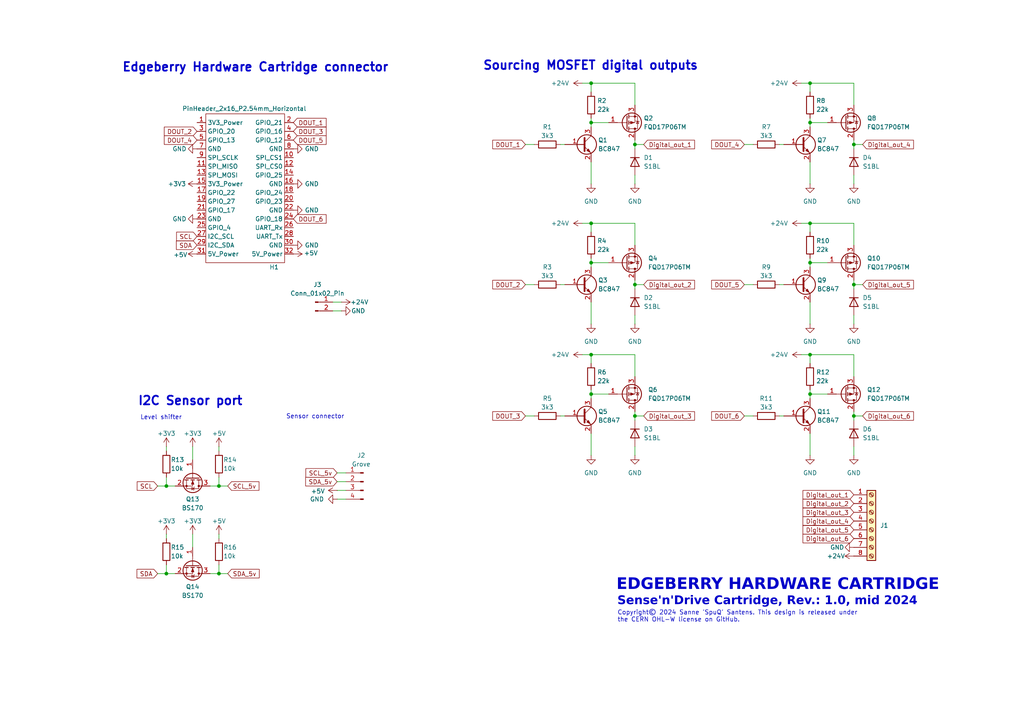
<source format=kicad_sch>
(kicad_sch (version 20231120) (generator "eeschema") (generator_version "8.0")
  (paper "A4")
  (lib_symbols
    (symbol "Connector:Conn_01x02_Pin" (pin_names (offset 1.016) hide)
      (property "Reference" "J" (at 0 2.54 0))
      (property "Value" "Conn_01x02_Pin" (at 0 -5.08 0))
      (symbol "Conn_01x02_Pin_1_1"
        (polyline (pts (xy 1.27 -2.54) (xy 0.8636 -2.54)) (stroke (width 0.1524)))
        (polyline (pts (xy 1.27 0) (xy 0.8636 0)) (stroke (width 0.1524)))
        (rectangle (start 0.8636 -2.413) (end 0 -2.667) (stroke (width 0.1524)) (fill (type outline)))
        (rectangle (start 0.8636 0.127) (end 0 -0.127) (stroke (width 0.1524)) (fill (type outline)))
        (pin passive line (at 5.08 0 180) (length 3.81) (name "Pin_1") (number "1"))
        (pin passive line (at 5.08 -2.54 180) (length 3.81) (name "Pin_2") (number "2"))
      )
    )
    (symbol "Connector:Conn_01x04_Pin" (pin_names (offset 1.016) hide)
      (property "Reference" "J" (at 0 5.08 0))
      (property "Value" "Conn_01x04_Pin" (at 0 -7.62 0))
      (symbol "Conn_01x04_Pin_1_1"
        (polyline (pts (xy 1.27 -5.08) (xy 0.8636 -5.08)) (stroke (width 0.1524)))
        (polyline (pts (xy 1.27 -2.54) (xy 0.8636 -2.54)) (stroke (width 0.1524)))
        (polyline (pts (xy 1.27 0) (xy 0.8636 0)) (stroke (width 0.1524)))
        (polyline (pts (xy 1.27 2.54) (xy 0.8636 2.54)) (stroke (width 0.1524)))
        (rectangle (start 0.8636 -4.953) (end 0 -5.207) (stroke (width 0.1524)) (fill (type outline)))
        (rectangle (start 0.8636 -2.413) (end 0 -2.667) (stroke (width 0.1524)) (fill (type outline)))
        (rectangle (start 0.8636 0.127) (end 0 -0.127) (stroke (width 0.1524)) (fill (type outline)))
        (rectangle (start 0.8636 2.667) (end 0 2.413) (stroke (width 0.1524)) (fill (type outline)))
        (pin passive line (at 5.08 2.54 180) (length 3.81) (name "Pin_1") (number "1"))
        (pin passive line (at 5.08 0 180) (length 3.81) (name "Pin_2") (number "2"))
        (pin passive line (at 5.08 -2.54 180) (length 3.81) (name "Pin_3") (number "3"))
        (pin passive line (at 5.08 -5.08 180) (length 3.81) (name "Pin_4") (number "4"))
      )
    )
    (symbol "Connector:Screw_Terminal_01x08" (pin_names (offset 1.016) hide)
      (property "Reference" "J" (at 0 10.16 0))
      (property "Value" "Screw_Terminal_01x08" (at 0 -12.7 0))
      (symbol "Screw_Terminal_01x08_1_1"
        (rectangle (start -1.27 8.89) (end 1.27 -11.43) (stroke (width 0.254)) (fill (type background)))
        (circle (center 0 -10.16) (radius 0.635) (stroke (width 0.1524)))
        (circle (center 0 -7.62) (radius 0.635) (stroke (width 0.1524)))
        (circle (center 0 -5.08) (radius 0.635) (stroke (width 0.1524)))
        (circle (center 0 -2.54) (radius 0.635) (stroke (width 0.1524)))
        (polyline (pts (xy -0.5334 -9.8298) (xy 0.3302 -10.668)) (stroke (width 0.1524)))
        (polyline (pts (xy -0.5334 -7.2898) (xy 0.3302 -8.128)) (stroke (width 0.1524)))
        (polyline (pts (xy -0.5334 -4.7498) (xy 0.3302 -5.588)) (stroke (width 0.1524)))
        (polyline (pts (xy -0.5334 -2.2098) (xy 0.3302 -3.048)) (stroke (width 0.1524)))
        (polyline (pts (xy -0.5334 0.3302) (xy 0.3302 -0.508)) (stroke (width 0.1524)))
        (polyline (pts (xy -0.5334 2.8702) (xy 0.3302 2.032)) (stroke (width 0.1524)))
        (polyline (pts (xy -0.5334 5.4102) (xy 0.3302 4.572)) (stroke (width 0.1524)))
        (polyline (pts (xy -0.5334 7.9502) (xy 0.3302 7.112)) (stroke (width 0.1524)))
        (polyline (pts (xy -0.3556 -9.652) (xy 0.508 -10.4902)) (stroke (width 0.1524)))
        (polyline (pts (xy -0.3556 -7.112) (xy 0.508 -7.9502)) (stroke (width 0.1524)))
        (polyline (pts (xy -0.3556 -4.572) (xy 0.508 -5.4102)) (stroke (width 0.1524)))
        (polyline (pts (xy -0.3556 -2.032) (xy 0.508 -2.8702)) (stroke (width 0.1524)))
        (polyline (pts (xy -0.3556 0.508) (xy 0.508 -0.3302)) (stroke (width 0.1524)))
        (polyline (pts (xy -0.3556 3.048) (xy 0.508 2.2098)) (stroke (width 0.1524)))
        (polyline (pts (xy -0.3556 5.588) (xy 0.508 4.7498)) (stroke (width 0.1524)))
        (polyline (pts (xy -0.3556 8.128) (xy 0.508 7.2898)) (stroke (width 0.1524)))
        (circle (center 0 0) (radius 0.635) (stroke (width 0.1524)))
        (circle (center 0 2.54) (radius 0.635) (stroke (width 0.1524)))
        (circle (center 0 5.08) (radius 0.635) (stroke (width 0.1524)))
        (circle (center 0 7.62) (radius 0.635) (stroke (width 0.1524)))
        (pin passive line (at -5.08 7.62 0) (length 3.81) (name "Pin_1") (number "1"))
        (pin passive line (at -5.08 5.08 0) (length 3.81) (name "Pin_2") (number "2"))
        (pin passive line (at -5.08 2.54 0) (length 3.81) (name "Pin_3") (number "3"))
        (pin passive line (at -5.08 0 0) (length 3.81) (name "Pin_4") (number "4"))
        (pin passive line (at -5.08 -2.54 0) (length 3.81) (name "Pin_5") (number "5"))
        (pin passive line (at -5.08 -5.08 0) (length 3.81) (name "Pin_6") (number "6"))
        (pin passive line (at -5.08 -7.62 0) (length 3.81) (name "Pin_7") (number "7"))
        (pin passive line (at -5.08 -10.16 0) (length 3.81) (name "Pin_8") (number "8"))
      )
    )
    (symbol "Device:D" (pin_numbers hide) (pin_names (offset 1.016) hide)
      (property "Reference" "D" (at 0 2.54 0))
      (property "Value" "D" (at 0 -2.54 0))
      (symbol "D_0_1"
        (polyline (pts (xy -1.27 1.27) (xy -1.27 -1.27)) (stroke (width 0.254)))
        (polyline (pts (xy 1.27 0) (xy -1.27 0)))
        (polyline (pts (xy 1.27 1.27) (xy 1.27 -1.27) (xy -1.27 0) (xy 1.27 1.27)) (stroke (width 0.254)))
      )
      (symbol "D_1_1"
        (pin passive line (at -3.81 0 0) (length 2.54) (name "K") (number "1"))
        (pin passive line (at 3.81 0 180) (length 2.54) (name "A") (number "2"))
      )
    )
    (symbol "Device:Q_NMOS_GSD" (pin_names (offset 0) hide)
      (property "Reference" "Q" (at 5.08 1.27 0))
      (property "Value" "Q_NMOS_GSD" (at 5.08 -1.27 0))
      (symbol "Q_NMOS_GSD_0_1"
        (polyline (pts (xy 0.254 0) (xy -2.54 0)))
        (polyline (pts (xy 0.254 1.905) (xy 0.254 -1.905)) (stroke (width 0.254)))
        (polyline (pts (xy 0.762 -1.27) (xy 0.762 -2.286)) (stroke (width 0.254)))
        (polyline (pts (xy 0.762 0.508) (xy 0.762 -0.508)) (stroke (width 0.254)))
        (polyline (pts (xy 0.762 2.286) (xy 0.762 1.27)) (stroke (width 0.254)))
        (polyline (pts (xy 2.54 2.54) (xy 2.54 1.778)))
        (polyline (pts (xy 2.54 -2.54) (xy 2.54 0) (xy 0.762 0)))
        (polyline (pts (xy 0.762 -1.778) (xy 3.302 -1.778) (xy 3.302 1.778) (xy 0.762 1.778)))
        (polyline (pts (xy 1.016 0) (xy 2.032 0.381) (xy 2.032 -0.381) (xy 1.016 0)) (fill (type outline)))
        (polyline (pts (xy 2.794 0.508) (xy 2.921 0.381) (xy 3.683 0.381) (xy 3.81 0.254)))
        (polyline (pts (xy 3.302 0.381) (xy 2.921 -0.254) (xy 3.683 -0.254) (xy 3.302 0.381)))
        (circle (center 1.651 0) (radius 2.794) (stroke (width 0.254)))
        (circle (center 2.54 -1.778) (radius 0.254) (fill (type outline)))
        (circle (center 2.54 1.778) (radius 0.254) (fill (type outline)))
      )
      (symbol "Q_NMOS_GSD_1_1"
        (pin input line (at -5.08 0 0) (length 2.54) (name "G") (number "1"))
        (pin passive line (at 2.54 -5.08 90) (length 2.54) (name "S") (number "2"))
        (pin passive line (at 2.54 5.08 270) (length 2.54) (name "D") (number "3"))
      )
    )
    (symbol "Device:Q_PMOS_GDS" (pin_names (offset 0) hide)
      (property "Reference" "Q" (at 5.08 1.27 0))
      (property "Value" "Q_PMOS_GDS" (at 5.08 -1.27 0))
      (symbol "Q_PMOS_GDS_0_1"
        (polyline (pts (xy 0.254 0) (xy -2.54 0)))
        (polyline (pts (xy 0.254 1.905) (xy 0.254 -1.905)) (stroke (width 0.254)))
        (polyline (pts (xy 0.762 -1.27) (xy 0.762 -2.286)) (stroke (width 0.254)))
        (polyline (pts (xy 0.762 0.508) (xy 0.762 -0.508)) (stroke (width 0.254)))
        (polyline (pts (xy 0.762 2.286) (xy 0.762 1.27)) (stroke (width 0.254)))
        (polyline (pts (xy 2.54 2.54) (xy 2.54 1.778)))
        (polyline (pts (xy 2.54 -2.54) (xy 2.54 0) (xy 0.762 0)))
        (polyline (pts (xy 0.762 1.778) (xy 3.302 1.778) (xy 3.302 -1.778) (xy 0.762 -1.778)))
        (polyline (pts (xy 2.286 0) (xy 1.27 0.381) (xy 1.27 -0.381) (xy 2.286 0)) (fill (type outline)))
        (polyline (pts (xy 2.794 -0.508) (xy 2.921 -0.381) (xy 3.683 -0.381) (xy 3.81 -0.254)))
        (polyline (pts (xy 3.302 -0.381) (xy 2.921 0.254) (xy 3.683 0.254) (xy 3.302 -0.381)))
        (circle (center 1.651 0) (radius 2.794) (stroke (width 0.254)))
        (circle (center 2.54 -1.778) (radius 0.254) (fill (type outline)))
        (circle (center 2.54 1.778) (radius 0.254) (fill (type outline)))
      )
      (symbol "Q_PMOS_GDS_1_1"
        (pin input line (at -5.08 0 0) (length 2.54) (name "G") (number "1"))
        (pin passive line (at 2.54 5.08 270) (length 2.54) (name "D") (number "2"))
        (pin passive line (at 2.54 -5.08 90) (length 2.54) (name "S") (number "3"))
      )
    )
    (symbol "Device:R" (pin_numbers hide) (pin_names (offset 0))
      (property "Reference" "R" (at 2.032 0 90))
      (property "Value" "R" (at 0 0 90))
      (symbol "R_0_1"
        (rectangle (start -1.016 -2.54) (end 1.016 2.54) (stroke (width 0.254)))
      )
      (symbol "R_1_1"
        (pin passive line (at 0 3.81 270) (length 1.27) (name "~") (number "1"))
        (pin passive line (at 0 -3.81 90) (length 1.27) (name "~") (number "2"))
      )
    )
    (symbol "Edgeberry:Edgeberry_Cartridge_Connector"
      (property "Reference" "H" (at 8.382 -24.13 0))
      (property "Value" "Edgeberry Cartridge Connector" (at -0.254 21.844 0))
      (symbol "Edgeberry_Cartridge_Connector_0_1"
        (polyline (pts (xy -11.43 20.32) (xy 11.43 20.32) (xy 11.43 -22.86) (xy -11.43 -22.86) (xy -11.43 20.32)))
      )
      (symbol "Edgeberry_Cartridge_Connector_1_1"
        (pin output line (at -13.97 17.78 0) (length 2.54) (name "3V3_Power") (number "1"))
        (pin output line (at 13.97 7.62 180) (length 2.54) (name "SPI_CS1") (number "10"))
        (pin input line (at -13.97 5.08 0) (length 2.54) (name "SPI_MISO") (number "11"))
        (pin output line (at 13.97 5.08 180) (length 2.54) (name "SPI_CS0") (number "12"))
        (pin output line (at -13.97 2.54 0) (length 2.54) (name "SPI_MOSI") (number "13"))
        (pin bidirectional line (at 13.97 2.54 180) (length 2.54) (name "GPIO_25") (number "14"))
        (pin output line (at -13.97 0 0) (length 2.54) (name "3V3_Power") (number "15"))
        (pin bidirectional line (at 13.97 0 180) (length 2.54) (name "GND") (number "16"))
        (pin bidirectional line (at -13.97 -2.54 0) (length 2.54) (name "GPIO_22") (number "17"))
        (pin bidirectional line (at 13.97 -2.54 180) (length 2.54) (name "GPIO_24") (number "18"))
        (pin bidirectional line (at -13.97 -5.08 0) (length 2.54) (name "GPIO_27") (number "19"))
        (pin bidirectional line (at 13.97 17.78 180) (length 2.54) (name "GPIO_21") (number "2"))
        (pin bidirectional line (at 13.97 -5.08 180) (length 2.54) (name "GPIO_23") (number "20"))
        (pin bidirectional line (at -13.97 -7.62 0) (length 2.54) (name "GPIO_17") (number "21"))
        (pin output line (at 13.97 -7.62 180) (length 2.54) (name "GND") (number "22"))
        (pin output line (at -13.97 -10.16 0) (length 2.54) (name "GND") (number "23"))
        (pin bidirectional line (at 13.97 -10.16 180) (length 2.54) (name "GPIO_18") (number "24"))
        (pin bidirectional line (at -13.97 -12.7 0) (length 2.54) (name "GPIO_4") (number "25"))
        (pin input line (at 13.97 -12.7 180) (length 2.54) (name "UART_Rx") (number "26"))
        (pin output line (at -13.97 -15.24 0) (length 2.54) (name "I2C_SCL") (number "27"))
        (pin output line (at 13.97 -15.24 180) (length 2.54) (name "UART_Tx") (number "28"))
        (pin bidirectional line (at -13.97 -17.78 0) (length 2.54) (name "I2C_SDA") (number "29"))
        (pin bidirectional line (at -13.97 15.24 0) (length 2.54) (name "GPIO_20") (number "3"))
        (pin output line (at 13.97 -17.78 180) (length 2.54) (name "GND") (number "30"))
        (pin output line (at -13.97 -20.32 0) (length 2.54) (name "5V_Power") (number "31"))
        (pin output line (at 13.97 -20.32 180) (length 2.54) (name "5V_Power") (number "32"))
        (pin bidirectional line (at 13.97 15.24 180) (length 2.54) (name "GPIO_16") (number "4"))
        (pin bidirectional line (at -13.97 12.7 0) (length 2.54) (name "GPIO_13") (number "5"))
        (pin bidirectional line (at 13.97 12.7 180) (length 2.54) (name "GPIO_12") (number "6"))
        (pin output line (at -13.97 10.16 0) (length 2.54) (name "GND") (number "7"))
        (pin output line (at 13.97 10.16 180) (length 2.54) (name "GND") (number "8"))
        (pin output line (at -13.97 7.62 0) (length 2.54) (name "SPI_SCLK") (number "9"))
      )
    )
    (symbol "Transistor_BJT:BC847" (pin_names (offset 0) hide)
      (property "Reference" "Q" (at 5.08 1.905 0))
      (property "Value" "BC847" (at 5.08 0 0))
      (symbol "BC847_0_1"
        (polyline (pts (xy 0.635 0.635) (xy 2.54 2.54)))
        (polyline (pts (xy 0.635 -0.635) (xy 2.54 -2.54) (xy 2.54 -2.54)))
        (polyline (pts (xy 0.635 1.905) (xy 0.635 -1.905) (xy 0.635 -1.905)) (stroke (width 0.508)))
        (polyline (pts (xy 1.27 -1.778) (xy 1.778 -1.27) (xy 2.286 -2.286) (xy 1.27 -1.778) (xy 1.27 -1.778)) (fill (type outline)))
        (circle (center 1.27 0) (radius 2.8194) (stroke (width 0.254)))
      )
      (symbol "BC847_1_1"
        (pin input line (at -5.08 0 0) (length 5.715) (name "B") (number "1"))
        (pin passive line (at 2.54 -5.08 90) (length 2.54) (name "E") (number "2"))
        (pin passive line (at 2.54 5.08 270) (length 2.54) (name "C") (number "3"))
      )
    )
    (symbol "power:+24V" (power) (pin_numbers hide) (pin_names (offset 0) hide)
      (property "Value" "+24V" (at 0 3.556 0))
      (symbol "+24V_0_1"
        (polyline (pts (xy -0.762 1.27) (xy 0 2.54)))
        (polyline (pts (xy 0 0) (xy 0 2.54)))
        (polyline (pts (xy 0 2.54) (xy 0.762 1.27)))
      )
      (symbol "+24V_1_1"
        (pin power_in line (at 0 0 90) (length 0) (name "~") (number "1"))
      )
    )
    (symbol "power:+3V3" (power) (pin_numbers hide) (pin_names (offset 0) hide)
      (property "Value" "+3V3" (at 0 3.556 0))
      (symbol "+3V3_0_1"
        (polyline (pts (xy -0.762 1.27) (xy 0 2.54)))
        (polyline (pts (xy 0 0) (xy 0 2.54)))
        (polyline (pts (xy 0 2.54) (xy 0.762 1.27)))
      )
      (symbol "+3V3_1_1"
        (pin power_in line (at 0 0 90) (length 0) (name "~") (number "1"))
      )
    )
    (symbol "power:+5V" (power) (pin_numbers hide) (pin_names (offset 0) hide)
      (property "Value" "+5V" (at 0 3.556 0))
      (symbol "+5V_0_1"
        (polyline (pts (xy -0.762 1.27) (xy 0 2.54)))
        (polyline (pts (xy 0 0) (xy 0 2.54)))
        (polyline (pts (xy 0 2.54) (xy 0.762 1.27)))
      )
      (symbol "+5V_1_1"
        (pin power_in line (at 0 0 90) (length 0) (name "~") (number "1"))
      )
    )
    (symbol "power:GND" (power) (pin_numbers hide) (pin_names (offset 0) hide)
      (property "Value" "GND" (at 0 -3.81 0))
      (symbol "GND_0_1"
        (polyline (pts (xy 0 0) (xy 0 -1.27) (xy 1.27 -1.27) (xy 0 -2.54) (xy -1.27 -1.27) (xy 0 -1.27)))
      )
      (symbol "GND_1_1"
        (pin power_in line (at 0 0 270) (length 0) (name "~") (number "1"))
      )
    )
  )
  (junction (at 234.95 64.77))
  (junction (at 171.45 102.87))
  (junction (at 234.95 35.56))
  (junction (at 171.45 35.56))
  (junction (at 184.15 82.55))
  (junction (at 184.15 120.65))
  (junction (at 247.65 120.65))
  (junction (at 171.45 114.3))
  (junction (at 171.45 76.2))
  (junction (at 247.65 82.55))
  (junction (at 171.45 24.13))
  (junction (at 63.5 140.97))
  (junction (at 234.95 76.2))
  (junction (at 184.15 41.91))
  (junction (at 234.95 24.13))
  (junction (at 63.5 166.37))
  (junction (at 171.45 64.77))
  (junction (at 48.26 140.97))
  (junction (at 247.65 41.91))
  (junction (at 234.95 114.3))
  (junction (at 234.95 102.87))
  (junction (at 48.26 166.37))
  (wire (pts (xy 234.95 35.56) (xy 240.03 35.56)))
  (wire (pts (xy 152.4 120.65) (xy 154.94 120.65)))
  (wire (pts (xy 234.95 64.77) (xy 247.65 64.77)))
  (wire (pts (xy 226.06 82.55) (xy 227.33 82.55)))
  (wire (pts (xy 171.45 34.29) (xy 171.45 35.56)))
  (wire (pts (xy 63.5 129.54) (xy 63.5 130.81)))
  (wire (pts (xy 100.33 144.78) (xy 97.79 144.78)))
  (wire (pts (xy 60.96 166.37) (xy 63.5 166.37)))
  (wire (pts (xy 234.95 64.77) (xy 234.95 67.31)))
  (wire (pts (xy 247.65 41.91) (xy 247.65 43.18)))
  (wire (pts (xy 171.45 76.2) (xy 171.45 77.47)))
  (wire (pts (xy 234.95 102.87) (xy 234.95 105.41)))
  (wire (pts (xy 162.56 120.65) (xy 163.83 120.65)))
  (wire (pts (xy 247.65 81.28) (xy 247.65 82.55)))
  (wire (pts (xy 184.15 129.54) (xy 184.15 132.08)))
  (wire (pts (xy 171.45 76.2) (xy 176.53 76.2)))
  (wire (pts (xy 234.95 125.73) (xy 234.95 132.08)))
  (wire (pts (xy 168.91 102.87) (xy 171.45 102.87)))
  (wire (pts (xy 184.15 64.77) (xy 184.15 71.12)))
  (wire (pts (xy 171.45 35.56) (xy 176.53 35.56)))
  (wire (pts (xy 48.26 138.43) (xy 48.26 140.97)))
  (wire (pts (xy 60.96 140.97) (xy 63.5 140.97)))
  (wire (pts (xy 247.65 82.55) (xy 250.19 82.55)))
  (wire (pts (xy 184.15 119.38) (xy 184.15 120.65)))
  (wire (pts (xy 97.79 137.16) (xy 100.33 137.16)))
  (wire (pts (xy 171.45 24.13) (xy 184.15 24.13)))
  (wire (pts (xy 171.45 64.77) (xy 184.15 64.77)))
  (wire (pts (xy 171.45 114.3) (xy 176.53 114.3)))
  (wire (pts (xy 215.9 82.55) (xy 218.44 82.55)))
  (wire (pts (xy 63.5 140.97) (xy 63.5 138.43)))
  (wire (pts (xy 247.65 120.65) (xy 250.19 120.65)))
  (wire (pts (xy 152.4 41.91) (xy 154.94 41.91)))
  (wire (pts (xy 234.95 114.3) (xy 234.95 115.57)))
  (wire (pts (xy 63.5 140.97) (xy 66.04 140.97)))
  (wire (pts (xy 184.15 102.87) (xy 184.15 109.22)))
  (wire (pts (xy 247.65 91.44) (xy 247.65 93.98)))
  (wire (pts (xy 63.5 154.94) (xy 63.5 156.21)))
  (wire (pts (xy 184.15 40.64) (xy 184.15 41.91)))
  (wire (pts (xy 184.15 82.55) (xy 186.69 82.55)))
  (wire (pts (xy 247.65 40.64) (xy 247.65 41.91)))
  (wire (pts (xy 234.95 76.2) (xy 234.95 77.47)))
  (wire (pts (xy 184.15 41.91) (xy 186.69 41.91)))
  (wire (pts (xy 152.4 82.55) (xy 154.94 82.55)))
  (wire (pts (xy 234.95 46.99) (xy 234.95 53.34)))
  (wire (pts (xy 215.9 41.91) (xy 218.44 41.91)))
  (wire (pts (xy 55.88 154.94) (xy 55.88 158.75)))
  (wire (pts (xy 247.65 120.65) (xy 247.65 121.92)))
  (wire (pts (xy 184.15 91.44) (xy 184.15 93.98)))
  (wire (pts (xy 48.26 154.94) (xy 48.26 156.21)))
  (wire (pts (xy 100.33 142.24) (xy 97.79 142.24)))
  (wire (pts (xy 232.41 102.87) (xy 234.95 102.87)))
  (wire (pts (xy 247.65 102.87) (xy 247.65 109.22)))
  (wire (pts (xy 247.65 82.55) (xy 247.65 83.82)))
  (wire (pts (xy 63.5 166.37) (xy 63.5 163.83)))
  (wire (pts (xy 48.26 166.37) (xy 50.8 166.37)))
  (wire (pts (xy 171.45 125.73) (xy 171.45 132.08)))
  (wire (pts (xy 215.9 120.65) (xy 218.44 120.65)))
  (wire (pts (xy 234.95 35.56) (xy 234.95 36.83)))
  (wire (pts (xy 162.56 41.91) (xy 163.83 41.91)))
  (wire (pts (xy 171.45 102.87) (xy 184.15 102.87)))
  (wire (pts (xy 226.06 120.65) (xy 227.33 120.65)))
  (wire (pts (xy 234.95 24.13) (xy 234.95 26.67)))
  (wire (pts (xy 234.95 102.87) (xy 247.65 102.87)))
  (wire (pts (xy 171.45 24.13) (xy 171.45 26.67)))
  (wire (pts (xy 247.65 41.91) (xy 250.19 41.91)))
  (wire (pts (xy 226.06 41.91) (xy 227.33 41.91)))
  (wire (pts (xy 247.65 119.38) (xy 247.65 120.65)))
  (wire (pts (xy 168.91 64.77) (xy 171.45 64.77)))
  (wire (pts (xy 45.72 140.97) (xy 48.26 140.97)))
  (wire (pts (xy 168.91 24.13) (xy 171.45 24.13)))
  (wire (pts (xy 234.95 76.2) (xy 240.03 76.2)))
  (wire (pts (xy 234.95 87.63) (xy 234.95 93.98)))
  (wire (pts (xy 247.65 50.8) (xy 247.65 53.34)))
  (wire (pts (xy 45.72 166.37) (xy 48.26 166.37)))
  (wire (pts (xy 184.15 81.28) (xy 184.15 82.55)))
  (wire (pts (xy 171.45 74.93) (xy 171.45 76.2)))
  (wire (pts (xy 184.15 120.65) (xy 184.15 121.92)))
  (wire (pts (xy 171.45 87.63) (xy 171.45 93.98)))
  (wire (pts (xy 184.15 50.8) (xy 184.15 53.34)))
  (wire (pts (xy 48.26 163.83) (xy 48.26 166.37)))
  (wire (pts (xy 232.41 64.77) (xy 234.95 64.77)))
  (wire (pts (xy 234.95 34.29) (xy 234.95 35.56)))
  (wire (pts (xy 96.52 90.17) (xy 99.06 90.17)))
  (wire (pts (xy 171.45 113.03) (xy 171.45 114.3)))
  (wire (pts (xy 55.88 129.54) (xy 55.88 133.35)))
  (wire (pts (xy 171.45 102.87) (xy 171.45 105.41)))
  (wire (pts (xy 184.15 41.91) (xy 184.15 43.18)))
  (wire (pts (xy 234.95 114.3) (xy 240.03 114.3)))
  (wire (pts (xy 232.41 24.13) (xy 234.95 24.13)))
  (wire (pts (xy 234.95 24.13) (xy 247.65 24.13)))
  (wire (pts (xy 162.56 82.55) (xy 163.83 82.55)))
  (wire (pts (xy 234.95 113.03) (xy 234.95 114.3)))
  (wire (pts (xy 63.5 166.37) (xy 66.04 166.37)))
  (wire (pts (xy 96.52 87.63) (xy 99.06 87.63)))
  (wire (pts (xy 48.26 140.97) (xy 50.8 140.97)))
  (wire (pts (xy 171.45 64.77) (xy 171.45 67.31)))
  (wire (pts (xy 100.33 139.7) (xy 97.79 139.7)))
  (wire (pts (xy 247.65 64.77) (xy 247.65 71.12)))
  (wire (pts (xy 184.15 120.65) (xy 186.69 120.65)))
  (wire (pts (xy 247.65 24.13) (xy 247.65 30.48)))
  (wire (pts (xy 234.95 74.93) (xy 234.95 76.2)))
  (wire (pts (xy 171.45 35.56) (xy 171.45 36.83)))
  (wire (pts (xy 171.45 114.3) (xy 171.45 115.57)))
  (wire (pts (xy 48.26 129.54) (xy 48.26 130.81)))
  (wire (pts (xy 184.15 24.13) (xy 184.15 30.48)))
  (wire (pts (xy 171.45 46.99) (xy 171.45 53.34)))
  (wire (pts (xy 184.15 82.55) (xy 184.15 83.82)))
  (wire (pts (xy 247.65 129.54) (xy 247.65 132.08)))
  (text "Copyright© 2024 Sanne 'SpuQ' Santens. This design is released under\nthe CERN OHL-W license on GitHub." (at 179.07 178.816 0) (effects (font (size 1.27 1.27)) (justify left)))
  (text "I2C Sensor port" (at 39.878 117.856 0) (effects (font (size 2.5 2.5) (thickness 0.5) (bold yes)) (justify left bottom)))
  (text "EDGEBERRY HARDWARE CARTRIDGE" (at 178.816 172.466 0) (effects (font (size 3.302 3.302) (thickness 0.4) (bold yes)) (justify left bottom)))
  (text "Sense'n'Drive Cartridge, Rev.: 1.0, mid 2024\n" (at 179.07 176.53 0) (effects (font (size 2.4892 2.4892)) (justify left bottom)))
  (text "Sourcing MOSFET digital outputs" (at 139.954 20.574 0) (effects (font (size 2.5 2.5) (thickness 0.5) (bold yes)) (justify left bottom)))
  (text "Sensor connector" (at 91.44 120.904 0) (effects (font (size 1.27 1.27))))
  (text "Level shifter" (at 46.736 121.158 0) (effects (font (size 1.27 1.27))))
  (text "Edgeberry Hardware Cartridge connector" (at 35.306 21.082 0) (effects (font (size 2.5 2.5) (thickness 0.5) (bold yes)) (justify left bottom)))
  (global_label "Digital_out_3" (shape input) (at 247.65 148.59 180) (property "Intersheetrefs" "${INTERSHEET_REFS}" (effects (hide yes))))
  (global_label "SDA_5v" (shape input) (at 97.79 139.7 180) (property "Intersheetrefs" "${INTERSHEET_REFS}" (effects (hide yes))))
  (global_label "DOUT_3" (shape input) (at 152.4 120.65 180) (property "Intersheetrefs" "${INTERSHEET_REFS}" (effects (hide yes))))
  (global_label "DOUT_3" (shape input) (at 85.09 38.1 0) (property "Intersheetrefs" "${INTERSHEET_REFS}" (effects (hide yes))))
  (global_label "DOUT_2" (shape input) (at 152.4 82.55 180) (property "Intersheetrefs" "${INTERSHEET_REFS}" (effects (hide yes))))
  (global_label "SCL" (shape input) (at 57.15 68.58 180) (property "Intersheetrefs" "${INTERSHEET_REFS}" (effects (hide yes))))
  (global_label "DOUT_6" (shape input) (at 85.09 63.5 0) (property "Intersheetrefs" "${INTERSHEET_REFS}" (effects (hide yes))))
  (global_label "Digital_out_2" (shape input) (at 186.69 82.55 0) (property "Intersheetrefs" "${INTERSHEET_REFS}" (effects (hide yes))))
  (global_label "SCL_5v" (shape input) (at 66.04 140.97 0) (property "Intersheetrefs" "${INTERSHEET_REFS}" (effects (hide yes))))
  (global_label "DOUT_1" (shape input) (at 85.09 35.56 0) (property "Intersheetrefs" "${INTERSHEET_REFS}" (effects (hide yes))))
  (global_label "SCL" (shape input) (at 45.72 140.97 180) (property "Intersheetrefs" "${INTERSHEET_REFS}" (effects (hide yes))))
  (global_label "Digital_out_4" (shape input) (at 250.19 41.91 0) (property "Intersheetrefs" "${INTERSHEET_REFS}" (effects (hide yes))))
  (global_label "Digital_out_6" (shape input) (at 247.65 156.21 180) (property "Intersheetrefs" "${INTERSHEET_REFS}" (effects (hide yes))))
  (global_label "DOUT_4" (shape input) (at 57.15 40.64 180) (property "Intersheetrefs" "${INTERSHEET_REFS}" (effects (hide yes))))
  (global_label "Digital_out_1" (shape input) (at 247.65 143.51 180) (property "Intersheetrefs" "${INTERSHEET_REFS}" (effects (hide yes))))
  (global_label "Digital_out_5" (shape input) (at 247.65 153.67 180) (property "Intersheetrefs" "${INTERSHEET_REFS}" (effects (hide yes))))
  (global_label "Digital_out_5" (shape input) (at 250.19 82.55 0) (property "Intersheetrefs" "${INTERSHEET_REFS}" (effects (hide yes))))
  (global_label "DOUT_5" (shape input) (at 215.9 82.55 180) (property "Intersheetrefs" "${INTERSHEET_REFS}" (effects (hide yes))))
  (global_label "Digital_out_6" (shape input) (at 250.19 120.65 0) (property "Intersheetrefs" "${INTERSHEET_REFS}" (effects (hide yes))))
  (global_label "DOUT_1" (shape input) (at 152.4 41.91 180) (property "Intersheetrefs" "${INTERSHEET_REFS}" (effects (hide yes))))
  (global_label "DOUT_4" (shape input) (at 215.9 41.91 180) (property "Intersheetrefs" "${INTERSHEET_REFS}" (effects (hide yes))))
  (global_label "SDA" (shape input) (at 57.15 71.12 180) (property "Intersheetrefs" "${INTERSHEET_REFS}" (effects (hide yes))))
  (global_label "Digital_out_2" (shape input) (at 247.65 146.05 180) (property "Intersheetrefs" "${INTERSHEET_REFS}" (effects (hide yes))))
  (global_label "SDA" (shape input) (at 45.72 166.37 180) (property "Intersheetrefs" "${INTERSHEET_REFS}" (effects (hide yes))))
  (global_label "SDA_5v" (shape input) (at 66.04 166.37 0) (property "Intersheetrefs" "${INTERSHEET_REFS}" (effects (hide yes))))
  (global_label "Digital_out_3" (shape input) (at 186.69 120.65 0) (property "Intersheetrefs" "${INTERSHEET_REFS}" (effects (hide yes))))
  (global_label "Digital_out_1" (shape input) (at 186.69 41.91 0) (property "Intersheetrefs" "${INTERSHEET_REFS}" (effects (hide yes))))
  (global_label "Digital_out_4" (shape input) (at 247.65 151.13 180) (property "Intersheetrefs" "${INTERSHEET_REFS}" (effects (hide yes))))
  (global_label "DOUT_2" (shape input) (at 57.15 38.1 180) (property "Intersheetrefs" "${INTERSHEET_REFS}" (effects (hide yes))))
  (global_label "SCL_5v" (shape input) (at 97.79 137.16 180) (property "Intersheetrefs" "${INTERSHEET_REFS}" (effects (hide yes))))
  (global_label "DOUT_5" (shape input) (at 85.09 40.64 0) (property "Intersheetrefs" "${INTERSHEET_REFS}" (effects (hide yes))))
  (global_label "DOUT_6" (shape input) (at 215.9 120.65 180) (property "Intersheetrefs" "${INTERSHEET_REFS}" (effects (hide yes))))
  (symbol (lib_id "Device:R") (at 171.45 71.12 0) (unit 1)
    (property "Reference" "R4" (at 173.228 69.85 0) (effects (justify left)))
    (property "Value" "22k" (at 173.228 72.39 0) (effects (justify left)))
    (property "Footprint" "Resistor_SMD:R_0805_2012Metric" (effects (hide yes)))
    (property "Description" "Resistor" (effects (hide yes)))
  )
  (symbol (lib_id "Device:R") (at 158.75 82.55 90) (unit 1)
    (property "Reference" "R3" (at 158.75 77.47 90))
    (property "Value" "3k3" (at 158.75 80.01 90))
    (property "Footprint" "Resistor_SMD:R_0805_2012Metric" (effects (hide yes)))
    (property "Description" "Resistor" (effects (hide yes)))
  )
  (symbol (lib_id "power:GND") (at 247.65 132.08 0) (unit 1)
    (property "Reference" "#PWR018" (effects (hide yes)))
    (property "Value" "GND" (at 247.65 137.16 0))
    (property "Description" "Power symbol creates a global label with name \"GND\" , ground" (effects (hide yes)))
  )
  (symbol (lib_id "power:+5V") (at 63.5 129.54 0) (unit 1)
    (property "Reference" "#PWR025" (effects (hide yes)))
    (property "Value" "+5V" (at 63.5 125.73 0))
    (property "Description" "Power symbol creates a global label with name \"+5V\"" (effects (hide yes)))
  )
  (symbol (lib_id "power:+5V") (at 63.5 154.94 0) (unit 1)
    (property "Reference" "#PWR026" (effects (hide yes)))
    (property "Value" "+5V" (at 63.5 151.13 0))
    (property "Description" "Power symbol creates a global label with name \"+5V\"" (effects (hide yes)))
  )
  (symbol (lib_id "Device:D") (at 184.15 125.73 270) (unit 1)
    (property "Reference" "D3" (at 186.69 124.4599 90) (effects (justify left)))
    (property "Value" "S1BL" (at 186.69 126.9999 90) (effects (justify left)))
    (property "Footprint" "emcosys:S1BL_diode" (effects (hide yes)))
    (property "Description" "Diode" (effects (hide yes)))
    (property "Sim.Device" "D" (effects (hide yes)))
    (property "Sim.Pins" "1=K 2=A" (effects (hide yes)))
  )
  (symbol (lib_id "power:GND") (at 85.09 53.34 90) (mirror x) (unit 1)
    (property "Reference" "#PWR036" (effects (hide yes)))
    (property "Value" "GND" (at 88.392 53.34 90) (effects (justify right)))
    (property "Description" "Power symbol creates a global label with name \"GND\" , ground" (effects (hide yes)))
  )
  (symbol (lib_id "power:+24V") (at 232.41 102.87 90) (unit 1)
    (property "Reference" "#PWR012" (effects (hide yes)))
    (property "Value" "+24V" (at 228.6 102.8699 90) (effects (justify left)))
    (property "Description" "Power symbol creates a global label with name \"+24V\"" (effects (hide yes)))
  )
  (symbol (lib_id "Transistor_BJT:BC847") (at 168.91 120.65 0) (unit 1)
    (property "Reference" "Q5" (at 173.482 119.38 0) (effects (justify left)))
    (property "Value" "BC847" (at 173.482 121.92 0) (effects (justify left)))
    (property "Footprint" "Package_TO_SOT_SMD:SOT-23" (effects (hide yes)))
    (property "Datasheet" "http://www.infineon.com/dgdl/Infineon-BC847SERIES_BC848SERIES_BC849SERIES_BC850SERIES-DS-v01_01-en.pdf?fileId=db3a304314dca389011541d4630a1657" (effects (hide yes)))
    (property "Description" "0.1A Ic, 45V Vce, NPN Transistor, SOT-23" (effects (hide yes)))
  )
  (symbol (lib_id "Device:R") (at 63.5 134.62 0) (unit 1)
    (property "Reference" "R14" (at 64.77 133.35 0) (effects (justify left)))
    (property "Value" "10k" (at 64.77 135.89 0) (effects (justify left)))
    (property "Footprint" "Resistor_SMD:R_0805_2012Metric" (effects (hide yes)))
    (property "Description" "Resistor" (effects (hide yes)))
  )
  (symbol (lib_id "Device:R") (at 171.45 109.22 0) (unit 1)
    (property "Reference" "R6" (at 173.228 107.95 0) (effects (justify left)))
    (property "Value" "22k" (at 173.228 110.49 0) (effects (justify left)))
    (property "Footprint" "Resistor_SMD:R_0805_2012Metric" (effects (hide yes)))
    (property "Description" "Resistor" (effects (hide yes)))
  )
  (symbol (lib_id "Device:Q_PMOS_GDS") (at 245.11 35.56 0) (mirror x) (unit 1)
    (property "Reference" "Q8" (at 251.46 34.29 0) (effects (justify left)))
    (property "Value" "FQD17P06TM" (at 251.46 36.83 0) (effects (justify left)))
    (property "Footprint" "Package_TO_SOT_SMD:TO-252-2" (effects (hide yes)))
    (property "Description" "P-MOSFET transistor, gate/drain/source" (effects (hide yes)))
  )
  (symbol (lib_id "power:+3V3") (at 57.15 53.34 90) (unit 1)
    (property "Reference" "#PWR039" (effects (hide yes)))
    (property "Value" "+3V3" (at 51.308 53.34 90))
    (property "Description" "Power symbol creates a global label with name \"+3V3\"" (effects (hide yes)))
  )
  (symbol (lib_id "power:+24V") (at 232.41 64.77 90) (unit 1)
    (property "Reference" "#PWR011" (effects (hide yes)))
    (property "Value" "+24V" (at 228.6 64.7699 90) (effects (justify left)))
    (property "Description" "Power symbol creates a global label with name \"+24V\"" (effects (hide yes)))
  )
  (symbol (lib_id "Connector:Screw_Terminal_01x08") (at 252.73 151.13 0) (unit 1)
    (property "Reference" "J1" (at 255.27 152.3999 0) (effects (justify left)))
    (property "Value" "Screw_Terminal_01x08" (effects (hide yes)))
    (property "Footprint" "Connector_Phoenix_MSTB:PhoenixContact_MSTBA_2,5_8-G-5,08_1x08_P5.08mm_Horizontal" (effects (hide yes)))
    (property "Description" "Generic screw terminal, single row, 01x08, script generated (kicad-library-utils/schlib/autogen/connector/)" (effects (hide yes)))
  )
  (symbol (lib_id "Edgeberry:Edgeberry_Cartridge_Connector") (at 71.12 53.34 0) (unit 1)
    (property "Reference" "H1" (at 79.502 77.47 0))
    (property "Value" "PinHeader_2x16_P2.54mm_Horizontal" (at 70.866 31.496 0))
    (property "Footprint" "Connector_PinHeader_2.54mm:PinHeader_2x16_P2.54mm_Horizontal" (effects (hide yes)))
  )
  (symbol (lib_id "power:+5V") (at 57.15 73.66 90) (unit 1)
    (property "Reference" "#PWR031" (effects (hide yes)))
    (property "Value" "+5V" (at 52.324 73.914 90))
    (property "Description" "Power symbol creates a global label with name \"+5V\"" (effects (hide yes)))
  )
  (symbol (lib_id "power:GND") (at 99.06 90.17 90) (unit 1)
    (property "Reference" "#PWR024" (effects (hide yes)))
    (property "Value" "GND" (at 101.854 90.17 90) (effects (justify right)))
    (property "Description" "Power symbol creates a global label with name \"GND\" , ground" (effects (hide yes)))
  )
  (symbol (lib_id "power:+24V") (at 168.91 64.77 90) (unit 1)
    (property "Reference" "#PWR04" (effects (hide yes)))
    (property "Value" "+24V" (at 165.1 64.7699 90) (effects (justify left)))
    (property "Description" "Power symbol creates a global label with name \"+24V\"" (effects (hide yes)))
  )
  (symbol (lib_id "Device:D") (at 247.65 87.63 270) (unit 1)
    (property "Reference" "D5" (at 250.19 86.3599 90) (effects (justify left)))
    (property "Value" "S1BL" (at 250.19 88.8999 90) (effects (justify left)))
    (property "Footprint" "emcosys:S1BL_diode" (effects (hide yes)))
    (property "Description" "Diode" (effects (hide yes)))
    (property "Sim.Device" "D" (effects (hide yes)))
    (property "Sim.Pins" "1=K 2=A" (effects (hide yes)))
  )
  (symbol (lib_id "power:+3V3") (at 55.88 129.54 0) (unit 1)
    (property "Reference" "#PWR030" (effects (hide yes)))
    (property "Value" "+3V3" (at 55.88 125.73 0))
    (property "Description" "Power symbol creates a global label with name \"+3V3\"" (effects (hide yes)))
  )
  (symbol (lib_id "Device:D") (at 184.15 87.63 270) (unit 1)
    (property "Reference" "D2" (at 186.69 86.3599 90) (effects (justify left)))
    (property "Value" "S1BL" (at 186.69 88.8999 90) (effects (justify left)))
    (property "Footprint" "emcosys:S1BL_diode" (effects (hide yes)))
    (property "Description" "Diode" (effects (hide yes)))
    (property "Sim.Device" "D" (effects (hide yes)))
    (property "Sim.Pins" "1=K 2=A" (effects (hide yes)))
  )
  (symbol (lib_id "power:GND") (at 247.65 158.75 270) (unit 1)
    (property "Reference" "#PWR019" (effects (hide yes)))
    (property "Value" "GND" (at 244.856 158.75 90) (effects (justify right)))
    (property "Description" "Power symbol creates a global label with name \"GND\" , ground" (effects (hide yes)))
  )
  (symbol (lib_id "power:GND") (at 85.09 60.96 90) (mirror x) (unit 1)
    (property "Reference" "#PWR037" (effects (hide yes)))
    (property "Value" "GND" (at 88.392 60.96 90) (effects (justify right)))
    (property "Description" "Power symbol creates a global label with name \"GND\" , ground" (effects (hide yes)))
  )
  (symbol (lib_id "power:GND") (at 247.65 93.98 0) (unit 1)
    (property "Reference" "#PWR017" (effects (hide yes)))
    (property "Value" "GND" (at 247.65 99.06 0))
    (property "Description" "Power symbol creates a global label with name \"GND\" , ground" (effects (hide yes)))
  )
  (symbol (lib_id "Transistor_BJT:BC847") (at 232.41 82.55 0) (unit 1)
    (property "Reference" "Q9" (at 236.982 81.28 0) (effects (justify left)))
    (property "Value" "BC847" (at 236.982 83.82 0) (effects (justify left)))
    (property "Footprint" "Package_TO_SOT_SMD:SOT-23" (effects (hide yes)))
    (property "Datasheet" "http://www.infineon.com/dgdl/Infineon-BC847SERIES_BC848SERIES_BC849SERIES_BC850SERIES-DS-v01_01-en.pdf?fileId=db3a304314dca389011541d4630a1657" (effects (hide yes)))
    (property "Description" "0.1A Ic, 45V Vce, NPN Transistor, SOT-23" (effects (hide yes)))
  )
  (symbol (lib_id "Connector:Conn_01x02_Pin") (at 91.44 87.63 0) (unit 1)
    (property "Reference" "J3" (at 92.075 82.55 0))
    (property "Value" "Conn_01x02_Pin" (at 92.075 85.09 0))
    (property "Footprint" "Connector_Molex:Molex_KK-254_AE-6410-02A_1x02_P2.54mm_Vertical" (effects (hide yes)))
    (property "Description" "Generic connector, single row, 01x02, script generated" (effects (hide yes)))
  )
  (symbol (lib_id "power:GND") (at 247.65 53.34 0) (unit 1)
    (property "Reference" "#PWR016" (effects (hide yes)))
    (property "Value" "GND" (at 247.65 58.42 0))
    (property "Description" "Power symbol creates a global label with name \"GND\" , ground" (effects (hide yes)))
  )
  (symbol (lib_id "Device:R") (at 222.25 82.55 90) (unit 1)
    (property "Reference" "R9" (at 222.25 77.47 90))
    (property "Value" "3k3" (at 222.25 80.01 90))
    (property "Footprint" "Resistor_SMD:R_0805_2012Metric" (effects (hide yes)))
    (property "Description" "Resistor" (effects (hide yes)))
  )
  (symbol (lib_id "power:GND") (at 171.45 53.34 0) (unit 1)
    (property "Reference" "#PWR02" (effects (hide yes)))
    (property "Value" "GND" (at 171.45 58.42 0))
    (property "Description" "Power symbol creates a global label with name \"GND\" , ground" (effects (hide yes)))
  )
  (symbol (lib_id "Device:Q_PMOS_GDS") (at 245.11 76.2 0) (mirror x) (unit 1)
    (property "Reference" "Q10" (at 251.46 74.93 0) (effects (justify left)))
    (property "Value" "FQD17P06TM" (at 251.46 77.47 0) (effects (justify left)))
    (property "Footprint" "Package_TO_SOT_SMD:TO-252-2" (effects (hide yes)))
    (property "Description" "P-MOSFET transistor, gate/drain/source" (effects (hide yes)))
  )
  (symbol (lib_id "power:GND") (at 184.15 53.34 0) (unit 1)
    (property "Reference" "#PWR01" (effects (hide yes)))
    (property "Value" "GND" (at 184.15 58.42 0))
    (property "Description" "Power symbol creates a global label with name \"GND\" , ground" (effects (hide yes)))
  )
  (symbol (lib_id "Device:D") (at 184.15 46.99 270) (unit 1)
    (property "Reference" "D1" (at 186.69 45.7199 90) (effects (justify left)))
    (property "Value" "S1BL" (at 186.69 48.2599 90) (effects (justify left)))
    (property "Footprint" "emcosys:S1BL_diode" (effects (hide yes)))
    (property "Description" "Diode" (effects (hide yes)))
    (property "Sim.Device" "D" (effects (hide yes)))
    (property "Sim.Pins" "1=K 2=A" (effects (hide yes)))
  )
  (symbol (lib_id "Transistor_BJT:BC847") (at 232.41 41.91 0) (unit 1)
    (property "Reference" "Q7" (at 236.982 40.64 0) (effects (justify left)))
    (property "Value" "BC847" (at 236.982 43.18 0) (effects (justify left)))
    (property "Footprint" "Package_TO_SOT_SMD:SOT-23" (effects (hide yes)))
    (property "Datasheet" "http://www.infineon.com/dgdl/Infineon-BC847SERIES_BC848SERIES_BC849SERIES_BC850SERIES-DS-v01_01-en.pdf?fileId=db3a304314dca389011541d4630a1657" (effects (hide yes)))
    (property "Description" "0.1A Ic, 45V Vce, NPN Transistor, SOT-23" (effects (hide yes)))
  )
  (symbol (lib_id "power:GND") (at 234.95 93.98 0) (unit 1)
    (property "Reference" "#PWR014" (effects (hide yes)))
    (property "Value" "GND" (at 234.95 99.06 0))
    (property "Description" "Power symbol creates a global label with name \"GND\" , ground" (effects (hide yes)))
  )
  (symbol (lib_id "Device:R") (at 234.95 30.48 0) (unit 1)
    (property "Reference" "R8" (at 236.728 29.21 0) (effects (justify left)))
    (property "Value" "22k" (at 236.728 31.75 0) (effects (justify left)))
    (property "Footprint" "Resistor_SMD:R_0805_2012Metric" (effects (hide yes)))
    (property "Description" "Resistor" (effects (hide yes)))
  )
  (symbol (lib_id "power:GND") (at 57.15 63.5 270) (mirror x) (unit 1)
    (property "Reference" "#PWR034" (effects (hide yes)))
    (property "Value" "GND" (at 54.102 63.5 90) (effects (justify right)))
    (property "Description" "Power symbol creates a global label with name \"GND\" , ground" (effects (hide yes)))
  )
  (symbol (lib_id "Device:R") (at 222.25 41.91 90) (unit 1)
    (property "Reference" "R7" (at 222.25 36.83 90))
    (property "Value" "3k3" (at 222.25 39.37 90))
    (property "Footprint" "Resistor_SMD:R_0805_2012Metric" (effects (hide yes)))
    (property "Description" "Resistor" (effects (hide yes)))
  )
  (symbol (lib_id "power:+5V") (at 97.79 142.24 90) (unit 1)
    (property "Reference" "#PWR021" (effects (hide yes)))
    (property "Value" "+5V" (at 92.202 142.494 90))
    (property "Description" "Power symbol creates a global label with name \"+5V\"" (effects (hide yes)))
  )
  (symbol (lib_id "power:GND") (at 85.09 71.12 90) (mirror x) (unit 1)
    (property "Reference" "#PWR038" (effects (hide yes)))
    (property "Value" "GND" (at 88.392 71.12 90) (effects (justify right)))
    (property "Description" "Power symbol creates a global label with name \"GND\" , ground" (effects (hide yes)))
  )
  (symbol (lib_id "power:GND") (at 184.15 93.98 0) (unit 1)
    (property "Reference" "#PWR06" (effects (hide yes)))
    (property "Value" "GND" (at 184.15 99.06 0))
    (property "Description" "Power symbol creates a global label with name \"GND\" , ground" (effects (hide yes)))
  )
  (symbol (lib_id "Transistor_BJT:BC847") (at 168.91 82.55 0) (unit 1)
    (property "Reference" "Q3" (at 173.482 81.28 0) (effects (justify left)))
    (property "Value" "BC847" (at 173.482 83.82 0) (effects (justify left)))
    (property "Footprint" "Package_TO_SOT_SMD:SOT-23" (effects (hide yes)))
    (property "Datasheet" "http://www.infineon.com/dgdl/Infineon-BC847SERIES_BC848SERIES_BC849SERIES_BC850SERIES-DS-v01_01-en.pdf?fileId=db3a304314dca389011541d4630a1657" (effects (hide yes)))
    (property "Description" "0.1A Ic, 45V Vce, NPN Transistor, SOT-23" (effects (hide yes)))
  )
  (symbol (lib_id "Device:Q_PMOS_GDS") (at 245.11 114.3 0) (mirror x) (unit 1)
    (property "Reference" "Q12" (at 251.46 113.03 0) (effects (justify left)))
    (property "Value" "FQD17P06TM" (at 251.46 115.57 0) (effects (justify left)))
    (property "Footprint" "Package_TO_SOT_SMD:TO-252-2" (effects (hide yes)))
    (property "Description" "P-MOSFET transistor, gate/drain/source" (effects (hide yes)))
  )
  (symbol (lib_id "power:+3V3") (at 48.26 129.54 0) (unit 1)
    (property "Reference" "#PWR027" (effects (hide yes)))
    (property "Value" "+3V3" (at 48.26 125.73 0))
    (property "Description" "Power symbol creates a global label with name \"+3V3\"" (effects (hide yes)))
  )
  (symbol (lib_id "power:+3V3") (at 48.26 154.94 0) (unit 1)
    (property "Reference" "#PWR028" (effects (hide yes)))
    (property "Value" "+3V3" (at 48.26 151.13 0))
    (property "Description" "Power symbol creates a global label with name \"+3V3\"" (effects (hide yes)))
  )
  (symbol (lib_id "power:+24V") (at 168.91 102.87 90) (unit 1)
    (property "Reference" "#PWR07" (effects (hide yes)))
    (property "Value" "+24V" (at 165.1 102.8699 90) (effects (justify left)))
    (property "Description" "Power symbol creates a global label with name \"+24V\"" (effects (hide yes)))
  )
  (symbol (lib_id "Device:R") (at 158.75 120.65 90) (unit 1)
    (property "Reference" "R5" (at 158.75 115.57 90))
    (property "Value" "3k3" (at 158.75 118.11 90))
    (property "Footprint" "Resistor_SMD:R_0805_2012Metric" (effects (hide yes)))
    (property "Description" "Resistor" (effects (hide yes)))
  )
  (symbol (lib_id "Device:Q_NMOS_GSD") (at 55.88 138.43 270) (unit 1)
    (property "Reference" "Q13" (at 55.88 144.78 90))
    (property "Value" "BS170" (at 55.88 147.32 90))
    (property "Footprint" "Package_TO_SOT_SMD:SOT-23" (effects (hide yes)))
    (property "Description" "N-MOSFET transistor, gate/source/drain" (effects (hide yes)))
  )
  (symbol (lib_id "power:GND") (at 97.79 144.78 270) (mirror x) (unit 1)
    (property "Reference" "#PWR022" (effects (hide yes)))
    (property "Value" "GND" (at 93.98 144.7799 90) (effects (justify right)))
    (property "Description" "Power symbol creates a global label with name \"GND\" , ground" (effects (hide yes)))
  )
  (symbol (lib_id "Device:D") (at 247.65 125.73 270) (unit 1)
    (property "Reference" "D6" (at 250.19 124.4599 90) (effects (justify left)))
    (property "Value" "S1BL" (at 250.19 126.9999 90) (effects (justify left)))
    (property "Footprint" "emcosys:S1BL_diode" (effects (hide yes)))
    (property "Description" "Diode" (effects (hide yes)))
    (property "Sim.Device" "D" (effects (hide yes)))
    (property "Sim.Pins" "1=K 2=A" (effects (hide yes)))
  )
  (symbol (lib_id "power:+5V") (at 85.09 73.66 270) (unit 1)
    (property "Reference" "#PWR032" (effects (hide yes)))
    (property "Value" "+5V" (at 90.17 73.406 90))
    (property "Description" "Power symbol creates a global label with name \"+5V\"" (effects (hide yes)))
  )
  (symbol (lib_id "power:GND") (at 234.95 53.34 0) (unit 1)
    (property "Reference" "#PWR013" (effects (hide yes)))
    (property "Value" "GND" (at 234.95 58.42 0))
    (property "Description" "Power symbol creates a global label with name \"GND\" , ground" (effects (hide yes)))
  )
  (symbol (lib_id "Device:R") (at 63.5 160.02 0) (unit 1)
    (property "Reference" "R16" (at 64.77 158.75 0) (effects (justify left)))
    (property "Value" "10k" (at 64.77 161.29 0) (effects (justify left)))
    (property "Footprint" "Resistor_SMD:R_0805_2012Metric" (effects (hide yes)))
    (property "Description" "Resistor" (effects (hide yes)))
  )
  (symbol (lib_id "power:+24V") (at 232.41 24.13 90) (unit 1)
    (property "Reference" "#PWR010" (effects (hide yes)))
    (property "Value" "+24V" (at 228.6 24.1299 90) (effects (justify left)))
    (property "Description" "Power symbol creates a global label with name \"+24V\"" (effects (hide yes)))
  )
  (symbol (lib_id "power:+24V") (at 99.06 87.63 270) (unit 1)
    (property "Reference" "#PWR023" (effects (hide yes)))
    (property "Value" "+24V" (at 101.6 87.63 90) (effects (justify left)))
    (property "Description" "Power symbol creates a global label with name \"+24V\"" (effects (hide yes)))
  )
  (symbol (lib_id "Device:R") (at 171.45 30.48 0) (unit 1)
    (property "Reference" "R2" (at 173.228 29.21 0) (effects (justify left)))
    (property "Value" "22k" (at 173.228 31.75 0) (effects (justify left)))
    (property "Footprint" "Resistor_SMD:R_0805_2012Metric" (effects (hide yes)))
    (property "Description" "Resistor" (effects (hide yes)))
  )
  (symbol (lib_id "power:GND") (at 57.15 43.18 270) (mirror x) (unit 1)
    (property "Reference" "#PWR033" (effects (hide yes)))
    (property "Value" "GND" (at 54.102 43.18 90) (effects (justify right)))
    (property "Description" "Power symbol creates a global label with name \"GND\" , ground" (effects (hide yes)))
  )
  (symbol (lib_id "Device:R") (at 222.25 120.65 90) (unit 1)
    (property "Reference" "R11" (at 222.25 115.57 90))
    (property "Value" "3k3" (at 222.25 118.11 90))
    (property "Footprint" "Resistor_SMD:R_0805_2012Metric" (effects (hide yes)))
    (property "Description" "Resistor" (effects (hide yes)))
  )
  (symbol (lib_id "Device:R") (at 48.26 134.62 0) (unit 1)
    (property "Reference" "R13" (at 49.53 133.35 0) (effects (justify left)))
    (property "Value" "10k" (at 49.53 135.89 0) (effects (justify left)))
    (property "Footprint" "Resistor_SMD:R_0805_2012Metric" (effects (hide yes)))
    (property "Description" "Resistor" (effects (hide yes)))
  )
  (symbol (lib_id "Device:R") (at 158.75 41.91 90) (unit 1)
    (property "Reference" "R1" (at 158.75 36.83 90))
    (property "Value" "3k3" (at 158.75 39.37 90))
    (property "Footprint" "Resistor_SMD:R_0805_2012Metric" (effects (hide yes)))
    (property "Description" "Resistor" (effects (hide yes)))
  )
  (symbol (lib_id "Device:R") (at 48.26 160.02 0) (unit 1)
    (property "Reference" "R15" (at 49.53 158.75 0) (effects (justify left)))
    (property "Value" "10k" (at 49.53 161.29 0) (effects (justify left)))
    (property "Footprint" "Resistor_SMD:R_0805_2012Metric" (effects (hide yes)))
    (property "Description" "Resistor" (effects (hide yes)))
  )
  (symbol (lib_id "Device:Q_NMOS_GSD") (at 55.88 163.83 270) (unit 1)
    (property "Reference" "Q14" (at 55.88 170.18 90))
    (property "Value" "BS170" (at 55.88 172.72 90))
    (property "Footprint" "Package_TO_SOT_SMD:SOT-23" (effects (hide yes)))
    (property "Description" "N-MOSFET transistor, gate/source/drain" (effects (hide yes)))
  )
  (symbol (lib_id "Transistor_BJT:BC847") (at 232.41 120.65 0) (unit 1)
    (property "Reference" "Q11" (at 236.982 119.38 0) (effects (justify left)))
    (property "Value" "BC847" (at 236.982 121.92 0) (effects (justify left)))
    (property "Footprint" "Package_TO_SOT_SMD:SOT-23" (effects (hide yes)))
    (property "Datasheet" "http://www.infineon.com/dgdl/Infineon-BC847SERIES_BC848SERIES_BC849SERIES_BC850SERIES-DS-v01_01-en.pdf?fileId=db3a304314dca389011541d4630a1657" (effects (hide yes)))
    (property "Description" "0.1A Ic, 45V Vce, NPN Transistor, SOT-23" (effects (hide yes)))
  )
  (symbol (lib_id "power:+24V") (at 247.65 161.29 90) (unit 1)
    (property "Reference" "#PWR020" (effects (hide yes)))
    (property "Value" "+24V" (at 245.11 161.29 90) (effects (justify left)))
    (property "Description" "Power symbol creates a global label with name \"+24V\"" (effects (hide yes)))
  )
  (symbol (lib_id "Device:Q_PMOS_GDS") (at 181.61 76.2 0) (mirror x) (unit 1)
    (property "Reference" "Q4" (at 187.96 74.93 0) (effects (justify left)))
    (property "Value" "FQD17P06TM" (at 187.96 77.47 0) (effects (justify left)))
    (property "Footprint" "Package_TO_SOT_SMD:TO-252-2" (effects (hide yes)))
    (property "Description" "P-MOSFET transistor, gate/drain/source" (effects (hide yes)))
  )
  (symbol (lib_id "power:GND") (at 85.09 43.18 90) (mirror x) (unit 1)
    (property "Reference" "#PWR035" (effects (hide yes)))
    (property "Value" "GND" (at 88.392 43.18 90) (effects (justify right)))
    (property "Description" "Power symbol creates a global label with name \"GND\" , ground" (effects (hide yes)))
  )
  (symbol (lib_id "power:GND") (at 234.95 132.08 0) (unit 1)
    (property "Reference" "#PWR015" (effects (hide yes)))
    (property "Value" "GND" (at 234.95 137.16 0))
    (property "Description" "Power symbol creates a global label with name \"GND\" , ground" (effects (hide yes)))
  )
  (symbol (lib_id "Device:R") (at 234.95 71.12 0) (unit 1)
    (property "Reference" "R10" (at 236.728 69.85 0) (effects (justify left)))
    (property "Value" "22k" (at 236.728 72.39 0) (effects (justify left)))
    (property "Footprint" "Resistor_SMD:R_0805_2012Metric" (effects (hide yes)))
    (property "Description" "Resistor" (effects (hide yes)))
  )
  (symbol (lib_id "power:GND") (at 171.45 132.08 0) (unit 1)
    (property "Reference" "#PWR08" (effects (hide yes)))
    (property "Value" "GND" (at 171.45 137.16 0))
    (property "Description" "Power symbol creates a global label with name \"GND\" , ground" (effects (hide yes)))
  )
  (symbol (lib_id "Connector:Conn_01x04_Pin") (at 105.41 139.7 0) (mirror y) (unit 1)
    (property "Reference" "J2" (at 104.775 132.08 0))
    (property "Value" "Grove" (at 104.775 134.62 0))
    (property "Footprint" "emcosys:Grove_SMD_right_angle" (effects (hide yes)))
    (property "Description" "Generic connector, single row, 01x04, script generated" (effects (hide yes)))
  )
  (symbol (lib_id "Device:Q_PMOS_GDS") (at 181.61 114.3 0) (mirror x) (unit 1)
    (property "Reference" "Q6" (at 187.96 113.03 0) (effects (justify left)))
    (property "Value" "FQD17P06TM" (at 187.96 115.57 0) (effects (justify left)))
    (property "Footprint" "Package_TO_SOT_SMD:TO-252-2" (effects (hide yes)))
    (property "Description" "P-MOSFET transistor, gate/drain/source" (effects (hide yes)))
  )
  (symbol (lib_id "power:+24V") (at 168.91 24.13 90) (unit 1)
    (property "Reference" "#PWR03" (effects (hide yes)))
    (property "Value" "+24V" (at 165.1 24.1299 90) (effects (justify left)))
    (property "Description" "Power symbol creates a global label with name \"+24V\"" (effects (hide yes)))
  )
  (symbol (lib_id "Device:Q_PMOS_GDS") (at 181.61 35.56 0) (mirror x) (unit 1)
    (property "Reference" "Q2" (at 186.69 34.29 0) (effects (justify left)))
    (property "Value" "FQD17P06TM" (at 186.69 36.83 0) (effects (justify left)))
    (property "Footprint" "Package_TO_SOT_SMD:TO-252-2" (effects (hide yes)))
    (property "Description" "P-MOSFET transistor, gate/drain/source" (effects (hide yes)))
  )
  (symbol (lib_id "power:GND") (at 171.45 93.98 0) (unit 1)
    (property "Reference" "#PWR05" (effects (hide yes)))
    (property "Value" "GND" (at 171.45 99.06 0))
    (property "Description" "Power symbol creates a global label with name \"GND\" , ground" (effects (hide yes)))
  )
  (symbol (lib_id "Device:R") (at 234.95 109.22 0) (unit 1)
    (property "Reference" "R12" (at 236.728 107.95 0) (effects (justify left)))
    (property "Value" "22k" (at 236.728 110.49 0) (effects (justify left)))
    (property "Footprint" "Resistor_SMD:R_0805_2012Metric" (effects (hide yes)))
    (property "Description" "Resistor" (effects (hide yes)))
  )
  (symbol (lib_id "power:+3V3") (at 55.88 154.94 0) (unit 1)
    (property "Reference" "#PWR029" (effects (hide yes)))
    (property "Value" "+3V3" (at 55.88 151.13 0))
    (property "Description" "Power symbol creates a global label with name \"+3V3\"" (effects (hide yes)))
  )
  (symbol (lib_id "Device:D") (at 247.65 46.99 270) (unit 1)
    (property "Reference" "D4" (at 250.19 45.7199 90) (effects (justify left)))
    (property "Value" "S1BL" (at 250.19 48.2599 90) (effects (justify left)))
    (property "Footprint" "emcosys:S1BL_diode" (effects (hide yes)))
    (property "Description" "Diode" (effects (hide yes)))
    (property "Sim.Device" "D" (effects (hide yes)))
    (property "Sim.Pins" "1=K 2=A" (effects (hide yes)))
  )
  (symbol (lib_id "power:GND") (at 184.15 132.08 0) (unit 1)
    (property "Reference" "#PWR09" (effects (hide yes)))
    (property "Value" "GND" (at 184.15 137.16 0))
    (property "Description" "Power symbol creates a global label with name \"GND\" , ground" (effects (hide yes)))
  )
  (symbol (lib_id "Transistor_BJT:BC847") (at 168.91 41.91 0) (unit 1)
    (property "Reference" "Q1" (at 173.482 40.64 0) (effects (justify left)))
    (property "Value" "BC847" (at 173.482 43.18 0) (effects (justify left)))
    (property "Footprint" "Package_TO_SOT_SMD:SOT-23" (effects (hide yes)))
    (property "Datasheet" "http://www.infineon.com/dgdl/Infineon-BC847SERIES_BC848SERIES_BC849SERIES_BC850SERIES-DS-v01_01-en.pdf?fileId=db3a304314dca389011541d4630a1657" (effects (hide yes)))
    (property "Description" "0.1A Ic, 45V Vce, NPN Transistor, SOT-23" (effects (hide yes)))
  )
)
</source>
